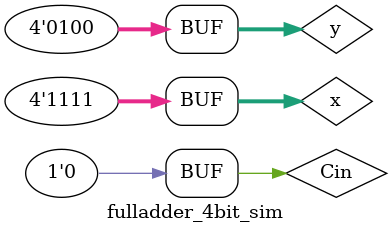
<source format=v>
`timescale 1ns / 1ps


module fulladder_4bit_sim();

    reg [3:0] x, y;
    reg Cin;
    
    wire [3:0] s;
    wire Cout;
    
    top uut (x, y, Cin, Cout, s);
    
    initial begin
            x = 0; y = 0; Cin = 0;
        #1  x = 3; y = 4; Cin = 0;
        #1  x = 3; y = 4; Cin = 1;
        #1  x = 7; y = 7; Cin = 1;
        #1  x = 15; y = 4; Cin = 0;
    end
    
endmodule

</source>
